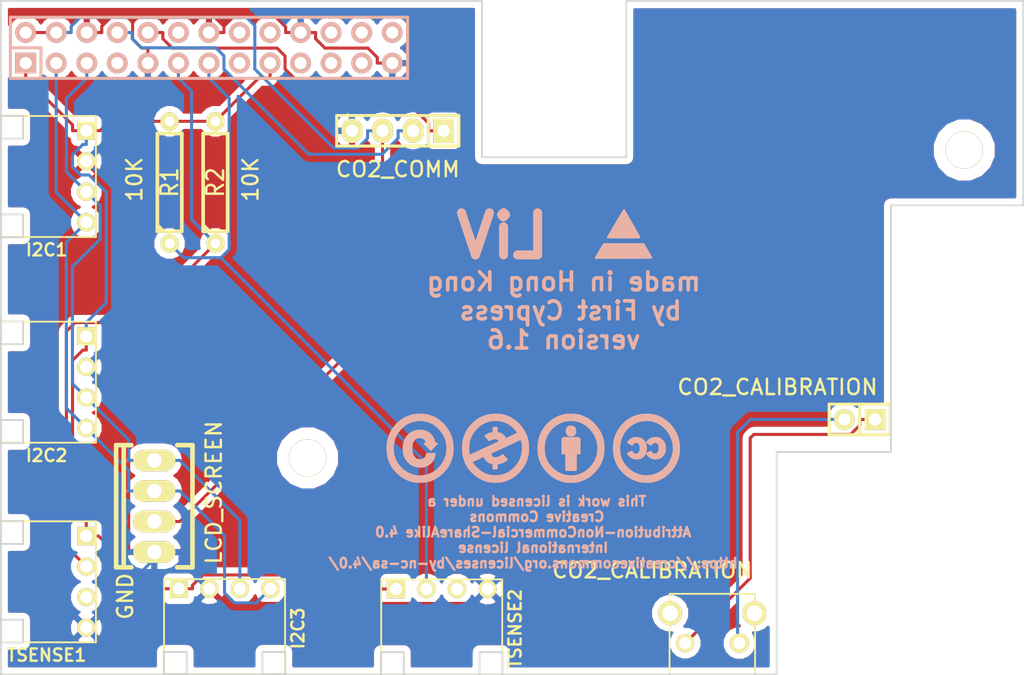
<source format=kicad_pcb>
(kicad_pcb (version 4) (host pcbnew "(2014-09-10 BZR 5127)-product")
  (layers (0 F.Cu signal hide) (31 B.Cu signal hide) (34 B.Paste user) (35 F.Paste user) (36 B.SilkS user) (37 F.SilkS user) (38 B.Mask user) (39 F.Mask user) (44 Edge.Cuts user))
  (net 0 "")
  (net 1 /GPIO_10)
  (net 2 /GPIO_11)
  (net 3 /GPIO_14)
  (net 4 /GPIO_15)
  (net 5 /GPIO_17)
  (net 6 /GPIO_18)
  (net 7 /GPIO_2)
  (net 8 /GPIO_22)
  (net 9 /GPIO_23)
  (net 10 /GPIO_24)
  (net 11 /GPIO_25)
  (net 12 /GPIO_27)
  (net 13 /GPIO_3)
  (net 14 /GPIO_4)
  (net 15 /GPIO_7)
  (net 16 /GPIO_8)
  (net 17 /GPIO_9)
  (net 18 +3.3V)
  (net 19 +5V)
  (net 20 GND)
  (net 21 "Net-(P4-Pad1)")
  (net 22 "Net-(P4-Pad2)")
  (net 23 "Net-(P8-Pad3)")
  (net 24 "Net-(P9-Pad3)")
  (module Discret:R4 (layer F.Cu) (at 186.184 139.442 90)
    (fp_text reference R2 (at 0 0 90) (layer F.SilkS) (effects (font (size 1.397 1.27) (thickness 0.2032))))
    (fp_text value 10k hide)
    (pad 1 thru_hole circle (at -5.08 0 90) (size 1.524 1.524) (drill 0.8128) (layers *.Cu *.Mask F.SilkS) (net 5 /GPIO_17))
    (pad 2 thru_hole circle (at 5.08 0 90) (size 1.524 1.524) (drill 0.8128) (layers *.Cu *.Mask F.SilkS) (net 18 +3.3V))
  )
  (module toolbox:CONNECTOR_MOLEX_4PIN_RIGHT_ANGLE (layer F.Cu) (at 175.45 156.05 90)
    (fp_text reference P7 hide)
    (fp_text value I2C2 (at -6.1 -3.3 180) (layer F.SilkS) (effects (font (size 1.016 1.016) (thickness 0.2032))))
    (fp_line (start 3.15 -7.1) (end 3.15 -5.25) (layer Edge.Cuts) (width 0.15))
    (fp_line (start 3.15 -5.25) (end 5.05 -5.25) (layer Edge.Cuts) (width 0.15))
    (fp_line (start 5.05 -5.25) (end 5.05 -7.1) (layer Edge.Cuts) (width 0.15))
    (fp_line (start 5.05 -7.1) (end 3.15 -7.1) (layer Edge.Cuts) (width 0.15))
    (fp_line (start -5.05 -7.1) (end -3.15 -7.1) (layer Edge.Cuts) (width 0.15))
    (fp_line (start -3.15 -7.1) (end -3.15 -5.25) (layer Edge.Cuts) (width 0.15))
    (fp_line (start -3.15 -5.25) (end -5.05 -5.25) (layer Edge.Cuts) (width 0.15))
    (fp_line (start -5.05 -5.25) (end -5.05 -7.1) (layer Edge.Cuts) (width 0.15))
    (pad 4 thru_hole circle (at -3.81 0 90) (size 1.524 1.524) (drill 1.016) (layers *.Cu *.Mask F.SilkS) (net 7 /GPIO_2))
    (pad 3 thru_hole circle (at -1.27 0 90) (size 1.524 1.524) (drill 1.016) (layers *.Cu *.Mask F.SilkS) (net 13 /GPIO_3))
    (pad 2 thru_hole circle (at 1.27 0 90) (size 1.524 1.524) (drill 1.016) (layers *.Cu *.Mask F.SilkS) (net 20 GND))
    (pad 1 thru_hole rect (at 3.81 0 90) (size 1.524 1.524) (drill 1.016) (layers *.Cu *.Mask F.SilkS) (net 18 +3.3V))
  )
  (module CONNECTOR_MOLEX_4PIN_RIGHT_ANGLE (layer F.Cu) (at 175.45 172.65 90)
    (fp_text reference P9 hide)
    (fp_text value TSENSE1 (at -6.1 -3.3 180) (layer F.SilkS) (effects (font (size 1.016 1.016) (thickness 0.2032))))
    (fp_line (start 3.15 -7.1) (end 3.15 -5.25) (layer Edge.Cuts) (width 0.15))
    (fp_line (start 3.15 -5.25) (end 5.05 -5.25) (layer Edge.Cuts) (width 0.15))
    (fp_line (start 5.05 -5.25) (end 5.05 -7.1) (layer Edge.Cuts) (width 0.15))
    (fp_line (start 5.05 -7.1) (end 3.15 -7.1) (layer Edge.Cuts) (width 0.15))
    (fp_line (start -5.05 -7.1) (end -3.15 -7.1) (layer Edge.Cuts) (width 0.15))
    (fp_line (start -3.15 -7.1) (end -3.15 -5.25) (layer Edge.Cuts) (width 0.15))
    (fp_line (start -3.15 -5.25) (end -5.05 -5.25) (layer Edge.Cuts) (width 0.15))
    (fp_line (start -5.05 -5.25) (end -5.05 -7.1) (layer Edge.Cuts) (width 0.15))
    (pad 4 thru_hole circle (at -3.81 0 90) (size 1.524 1.524) (drill 1.016) (layers *.Cu *.Mask F.SilkS) (net 20 GND))
    (pad 3 thru_hole circle (at -1.27 0 90) (size 1.524 1.524) (drill 1.016) (layers *.Cu *.Mask F.SilkS) (net 24 "Net-(P9-Pad3)"))
    (pad 2 thru_hole circle (at 1.27 0 90) (size 1.524 1.524) (drill 1.016) (layers *.Cu *.Mask F.SilkS) (net 5 /GPIO_17))
    (pad 1 thru_hole rect (at 3.81 0 90) (size 1.524 1.524) (drill 1.016) (layers *.Cu *.Mask F.SilkS) (net 18 +3.3V))
  )
  (module Sockets_MOLEX_KK-System:Socket_MOLEX-KK-RM2-54mm_Lock_4pin_straight (layer F.Cu) (at 181.104 166.366 90)
    (fp_text reference P3 hide)
    (fp_text value LCD_SCREEN (at 1.143 4.953 90) (layer F.SilkS) (effects (font (size 1.27 1.27) (thickness 0.2032))))
    (pad 1 thru_hole oval (at -3.81 0 90) (size 1.80086 3.50012) (drill 1.19888) (layers *.Cu *.Mask F.SilkS) (net 20 GND))
    (pad 2 thru_hole oval (at -1.27 0 90) (size 1.80086 3.50012) (drill 1.19888) (layers *.Cu *.Mask F.SilkS) (net 19 +5V))
    (pad 3 thru_hole oval (at 1.27 0 90) (size 1.80086 3.50012) (drill 1.19888) (layers *.Cu *.Mask F.SilkS) (net 7 /GPIO_2))
    (pad 4 thru_hole oval (at 3.81 0 90) (size 1.80086 3.50012) (drill 1.19888) (layers *.Cu *.Mask F.SilkS) (net 13 /GPIO_3))
  )
  (module Socket_Strips:Socket_Strip_Straight_2x13 (layer B.Cu) (at 185.65 128.25 180)
    (fp_text reference P1 hide)
    (fp_text value CONN_13X2 hide)
    (pad 1 thru_hole rect (at 15.24 -1.27) (size 1.7272 1.7272) (drill 1.016) (layers *.Cu *.Mask B.SilkS) (net 18 +3.3V))
    (pad 2 thru_hole oval (at 15.24 1.27) (size 1.7272 1.7272) (drill 1.016) (layers *.Cu *.Mask B.SilkS) (net 19 +5V))
    (pad 3 thru_hole oval (at 12.7 -1.27) (size 1.7272 1.7272) (drill 1.016) (layers *.Cu *.Mask B.SilkS) (net 7 /GPIO_2))
    (pad 4 thru_hole oval (at 12.7 1.27) (size 1.7272 1.7272) (drill 1.016) (layers *.Cu *.Mask B.SilkS) (net 19 +5V))
    (pad 5 thru_hole oval (at 10.16 -1.27) (size 1.7272 1.7272) (drill 1.016) (layers *.Cu *.Mask B.SilkS) (net 13 /GPIO_3))
    (pad 6 thru_hole oval (at 10.16 1.27) (size 1.7272 1.7272) (drill 1.016) (layers *.Cu *.Mask B.SilkS) (net 20 GND))
    (pad 7 thru_hole oval (at 7.62 -1.27) (size 1.7272 1.7272) (drill 1.016) (layers *.Cu *.Mask B.SilkS) (net 14 /GPIO_4))
    (pad 8 thru_hole oval (at 7.62 1.27) (size 1.7272 1.7272) (drill 1.016) (layers *.Cu *.Mask B.SilkS) (net 3 /GPIO_14))
    (pad 9 thru_hole oval (at 5.08 -1.27) (size 1.7272 1.7272) (drill 1.016) (layers *.Cu *.Mask B.SilkS) (net 20 GND))
    (pad 10 thru_hole oval (at 5.08 1.27) (size 1.7272 1.7272) (drill 1.016) (layers *.Cu *.Mask B.SilkS) (net 4 /GPIO_15))
    (pad 11 thru_hole oval (at 2.54 -1.27) (size 1.7272 1.7272) (drill 1.016) (layers *.Cu *.Mask B.SilkS) (net 5 /GPIO_17))
    (pad 12 thru_hole oval (at 2.54 1.27) (size 1.7272 1.7272) (drill 1.016) (layers *.Cu *.Mask B.SilkS) (net 6 /GPIO_18))
    (pad 13 thru_hole oval (at 0 -1.27) (size 1.7272 1.7272) (drill 1.016) (layers *.Cu *.Mask B.SilkS) (net 12 /GPIO_27))
    (pad 14 thru_hole oval (at 0 1.27) (size 1.7272 1.7272) (drill 1.016) (layers *.Cu *.Mask B.SilkS) (net 20 GND))
    (pad 15 thru_hole oval (at -2.54 -1.27) (size 1.7272 1.7272) (drill 1.016) (layers *.Cu *.Mask B.SilkS) (net 8 /GPIO_22))
    (pad 16 thru_hole oval (at -2.54 1.27) (size 1.7272 1.7272) (drill 1.016) (layers *.Cu *.Mask B.SilkS) (net 9 /GPIO_23))
    (pad 17 thru_hole oval (at -5.08 -1.27) (size 1.7272 1.7272) (drill 1.016) (layers *.Cu *.Mask B.SilkS) (net 18 +3.3V))
    (pad 18 thru_hole oval (at -5.08 1.27) (size 1.7272 1.7272) (drill 1.016) (layers *.Cu *.Mask B.SilkS) (net 10 /GPIO_24))
    (pad 19 thru_hole oval (at -7.62 -1.27) (size 1.7272 1.7272) (drill 1.016) (layers *.Cu *.Mask B.SilkS) (net 1 /GPIO_10))
    (pad 20 thru_hole oval (at -7.62 1.27) (size 1.7272 1.7272) (drill 1.016) (layers *.Cu *.Mask B.SilkS) (net 20 GND))
    (pad 21 thru_hole oval (at -10.16 -1.27) (size 1.7272 1.7272) (drill 1.016) (layers *.Cu *.Mask B.SilkS) (net 17 /GPIO_9))
    (pad 22 thru_hole oval (at -10.16 1.27) (size 1.7272 1.7272) (drill 1.016) (layers *.Cu *.Mask B.SilkS) (net 11 /GPIO_25))
    (pad 23 thru_hole oval (at -12.7 -1.27) (size 1.7272 1.7272) (drill 1.016) (layers *.Cu *.Mask B.SilkS) (net 2 /GPIO_11))
    (pad 24 thru_hole oval (at -12.7 1.27) (size 1.7272 1.7272) (drill 1.016) (layers *.Cu *.Mask B.SilkS) (net 16 /GPIO_8))
    (pad 25 thru_hole oval (at -15.24 -1.27) (size 1.7272 1.7272) (drill 1.016) (layers *.Cu *.Mask B.SilkS) (net 20 GND))
    (pad 26 thru_hole oval (at -15.24 1.27) (size 1.7272 1.7272) (drill 1.016) (layers *.Cu *.Mask B.SilkS) (net 15 /GPIO_7))
  )
  (module Socket_Strips:Socket_Strip_Straight_2x01 (layer F.Cu) (at 239.75 159.15 90)
    (fp_text reference P4 hide)
    (fp_text value CO2_CALIBRATION (at 2.69 -6.83 180) (layer F.SilkS) (effects (font (size 1.27 1.27) (thickness 0.2032))))
    (pad 1 thru_hole rect (at 0 1.27 90) (size 1.7272 1.7272) (drill 1.016) (layers *.Cu *.Mask F.SilkS) (net 21 "Net-(P4-Pad1)"))
    (pad 2 thru_hole oval (at 0 -1.27 90) (size 1.7272 1.7272) (drill 1.016) (layers *.Cu *.Mask F.SilkS) (net 22 "Net-(P4-Pad2)"))
  )
  (module Socket_Strips:Socket_Strip_Straight_1x04 (layer F.Cu) (at 201.35 135.15)
    (fp_text reference P5 hide)
    (fp_text value CO2_COMM (at 0 3.2) (layer F.SilkS) (effects (font (size 1.27 1.27) (thickness 0.2032))))
    (pad 1 thru_hole rect (at 3.81 0 180) (size 1.7272 2.032) (drill 1.016) (layers *.Cu *.Mask F.SilkS) (net 4 /GPIO_15))
    (pad 2 thru_hole oval (at 1.27 0 180) (size 1.7272 2.032) (drill 1.016) (layers *.Cu *.Mask F.SilkS) (net 3 /GPIO_14))
    (pad 3 thru_hole oval (at -1.27 0 180) (size 1.7272 2.032) (drill 1.016) (layers *.Cu *.Mask F.SilkS) (net 19 +5V))
    (pad 4 thru_hole oval (at -3.81 0 180) (size 1.7272 2.032) (drill 1.016) (layers *.Cu *.Mask F.SilkS) (net 20 GND))
  )
  (module toolbox:SWITCH_TACT_RIGHT_ANGLE (layer F.Cu) (at 227.5 177.75 180)
    (fp_text reference SW1 hide)
    (fp_text value CO2_CALIBRATION (at 4.994 6.05 180) (layer F.SilkS) (effects (font (size 1.27 1.27) (thickness 0.2032))))
    (pad 1 thru_hole circle (at -2.25 0 180) (size 1.6 1.6) (drill 1) (layers *.Cu *.Mask F.SilkS) (net 22 "Net-(P4-Pad2)"))
    (pad 2 thru_hole circle (at 2.25 0 180) (size 1.524 1.524) (drill 1) (layers *.Cu *.Mask F.SilkS) (net 21 "Net-(P4-Pad1)"))
    (pad "" np_thru_hole circle (at -3.505 2.49 180) (size 2 2) (drill 1.3) (layers *.Cu *.Mask F.SilkS))
    (pad "" np_thru_hole circle (at 3.505 2.49 180) (size 2 2) (drill 1.3) (layers *.Cu *.Mask F.SilkS))
  )
  (module Discret:R4 (layer F.Cu) (at 182.374 139.442 90)
    (fp_text reference R1 (at 0 0 90) (layer F.SilkS) (effects (font (size 1.397 1.27) (thickness 0.2032))))
    (fp_text value 10k hide)
    (pad 1 thru_hole circle (at -5.08 0 90) (size 1.524 1.524) (drill 0.8128) (layers *.Cu *.Mask F.SilkS) (net 12 /GPIO_27))
    (pad 2 thru_hole circle (at 5.08 0 90) (size 1.524 1.524) (drill 0.8128) (layers *.Cu *.Mask F.SilkS) (net 18 +3.3V))
  )
  (module toolbox:CONNECTOR_MOLEX_4PIN_RIGHT_ANGLE (layer F.Cu) (at 205 173.25 180)
    (fp_text reference P8 hide)
    (fp_text value TSENSE2 (at -6.1 -3.3 270) (layer F.SilkS) (effects (font (size 1.016 1.016) (thickness 0.2032))))
    (fp_line (start 3.15 -7.1) (end 3.15 -5.25) (layer Edge.Cuts) (width 0.15))
    (fp_line (start 3.15 -5.25) (end 5.05 -5.25) (layer Edge.Cuts) (width 0.15))
    (fp_line (start 5.05 -5.25) (end 5.05 -7.1) (layer Edge.Cuts) (width 0.15))
    (fp_line (start 5.05 -7.1) (end 3.15 -7.1) (layer Edge.Cuts) (width 0.15))
    (fp_line (start -5.05 -7.1) (end -3.15 -7.1) (layer Edge.Cuts) (width 0.15))
    (fp_line (start -3.15 -7.1) (end -3.15 -5.25) (layer Edge.Cuts) (width 0.15))
    (fp_line (start -3.15 -5.25) (end -5.05 -5.25) (layer Edge.Cuts) (width 0.15))
    (fp_line (start -5.05 -5.25) (end -5.05 -7.1) (layer Edge.Cuts) (width 0.15))
    (pad 4 thru_hole circle (at -3.81 0 180) (size 1.524 1.524) (drill 1.016) (layers *.Cu *.Mask F.SilkS) (net 20 GND))
    (pad 3 thru_hole circle (at -1.27 0 180) (size 1.524 1.524) (drill 1.016) (layers *.Cu *.Mask F.SilkS) (net 23 "Net-(P8-Pad3)"))
    (pad 2 thru_hole circle (at 1.27 0 180) (size 1.524 1.524) (drill 1.016) (layers *.Cu *.Mask F.SilkS) (net 12 /GPIO_27))
    (pad 1 thru_hole rect (at 3.81 0 180) (size 1.524 1.524) (drill 1.016) (layers *.Cu *.Mask F.SilkS) (net 18 +3.3V))
  )
  (module toolbox:CONNECTOR_MOLEX_4PIN_RIGHT_ANGLE (layer F.Cu) (at 175.45 138.95 90)
    (fp_text reference P6 hide)
    (fp_text value I2C1 (at -6.1 -3.3 180) (layer F.SilkS) (effects (font (size 1.016 1.016) (thickness 0.2032))))
    (fp_line (start 3.15 -7.1) (end 3.15 -5.25) (layer Edge.Cuts) (width 0.15))
    (fp_line (start 3.15 -5.25) (end 5.05 -5.25) (layer Edge.Cuts) (width 0.15))
    (fp_line (start 5.05 -5.25) (end 5.05 -7.1) (layer Edge.Cuts) (width 0.15))
    (fp_line (start 5.05 -7.1) (end 3.15 -7.1) (layer Edge.Cuts) (width 0.15))
    (fp_line (start -5.05 -7.1) (end -3.15 -7.1) (layer Edge.Cuts) (width 0.15))
    (fp_line (start -3.15 -7.1) (end -3.15 -5.25) (layer Edge.Cuts) (width 0.15))
    (fp_line (start -3.15 -5.25) (end -5.05 -5.25) (layer Edge.Cuts) (width 0.15))
    (fp_line (start -5.05 -5.25) (end -5.05 -7.1) (layer Edge.Cuts) (width 0.15))
    (pad 4 thru_hole circle (at -3.81 0 90) (size 1.524 1.524) (drill 1.016) (layers *.Cu *.Mask F.SilkS) (net 7 /GPIO_2))
    (pad 3 thru_hole circle (at -1.27 0 90) (size 1.524 1.524) (drill 1.016) (layers *.Cu *.Mask F.SilkS) (net 13 /GPIO_3))
    (pad 2 thru_hole circle (at 1.27 0 90) (size 1.524 1.524) (drill 1.016) (layers *.Cu *.Mask F.SilkS) (net 20 GND))
    (pad 1 thru_hole rect (at 3.81 0 90) (size 1.524 1.524) (drill 1.016) (layers *.Cu *.Mask F.SilkS) (net 18 +3.3V))
  )
  (module toolbox:CONNECTOR_MOLEX_4PIN_RIGHT_ANGLE (layer F.Cu) (at 186.946 173.224 180)
    (fp_text reference P10 hide)
    (fp_text value I2C3 (at -6.1 -3.3 270) (layer F.SilkS) (effects (font (size 1.016 1.016) (thickness 0.2032))))
    (fp_line (start 3.15 -7.1) (end 3.15 -5.25) (layer Edge.Cuts) (width 0.15))
    (fp_line (start 3.15 -5.25) (end 5.05 -5.25) (layer Edge.Cuts) (width 0.15))
    (fp_line (start 5.05 -5.25) (end 5.05 -7.1) (layer Edge.Cuts) (width 0.15))
    (fp_line (start 5.05 -7.1) (end 3.15 -7.1) (layer Edge.Cuts) (width 0.15))
    (fp_line (start -5.05 -7.1) (end -3.15 -7.1) (layer Edge.Cuts) (width 0.15))
    (fp_line (start -3.15 -7.1) (end -3.15 -5.25) (layer Edge.Cuts) (width 0.15))
    (fp_line (start -3.15 -5.25) (end -5.05 -5.25) (layer Edge.Cuts) (width 0.15))
    (fp_line (start -5.05 -5.25) (end -5.05 -7.1) (layer Edge.Cuts) (width 0.15))
    (pad 4 thru_hole circle (at -3.81 0 180) (size 1.524 1.524) (drill 1.016) (layers *.Cu *.Mask F.SilkS) (net 7 /GPIO_2))
    (pad 3 thru_hole circle (at -1.27 0 180) (size 1.524 1.524) (drill 1.016) (layers *.Cu *.Mask F.SilkS) (net 13 /GPIO_3))
    (pad 2 thru_hole circle (at 1.27 0 180) (size 1.524 1.524) (drill 1.016) (layers *.Cu *.Mask F.SilkS) (net 20 GND))
    (pad 1 thru_hole rect (at 3.81 0 180) (size 1.524 1.524) (drill 1.016) (layers *.Cu *.Mask F.SilkS) (net 18 +3.3V))
  )
  (module toolbox:1pin (layer F.Cu) (at 248.45 136.75)
    (fp_text reference pad1 (at 0 0) (layer F.SilkS) (effects (font (size 0.127 0.127) (thickness 0.00012))))
    (fp_text value "" (at 0 0) (layer F.SilkS) (effects (font (size 0.0004 0.0004) (thickness 0.00012))))
    (pad "" np_thru_hole circle (at 0 0) (size 3.1 3.1) (drill 3.048) (layers *.Cu *.Mask F.SilkS))
  )
  (module toolbox:1pin (layer F.Cu) (at 193.85 162.35)
    (fp_text reference pad_2 (at 0 0) (layer F.SilkS) (effects (font (size 0.127 0.127) (thickness 0.00012))))
    (fp_text value "" (at 0 0) (layer F.SilkS) (effects (font (size 0.0004 0.0004) (thickness 0.00012))))
    (pad "" np_thru_hole circle (at 0 0) (size 3.1 3.1) (drill 3.048) (layers *.Cu *.Mask F.SilkS))
  )
  (module toolbox:cc_by_nc_sa_logo_only (layer B.Cu) (at 212.6 161.54)
    (fp_text reference cc_by_nc_sa_logo_only hide)
    (fp_text value LOGO hide)
  )
  (module toolbox:LiV_cone_logo (layer B.Cu) (at 220.093 143.633)
    (fp_text reference G*** hide)
    (fp_text value LOGO hide)
  )
  (gr_text 10K (at 179.453 139.188 90) (layer F.SilkS) (effects (font (size 1.27 1.27) (thickness 0.2032))))
  (gr_text 10K (at 189.105 139.188 90) (layer F.SilkS) (effects (font (size 1.27 1.27) (thickness 0.2032))))
  (gr_text GND (at 178.691 173.859 90) (layer F.SilkS) (effects (font (size 1.27 1.27) (thickness 0.2032))))
  (gr_text "made in Hong Kong\nby First Cypress \nversion 1.6" (at 215.14 150.11) (layer B.SilkS) (effects (font (size 1.5 1.5) (thickness 0.3)) (justify mirror)))
  (gr_text LiV (at 210.06 143.887) (layer B.SilkS) (effects (font (size 3.5 3.5) (thickness 0.75)) (justify mirror)))
  (gr_text "This work is licensed under a \nCreative Commons \nAttribution-NonCommercial-ShareAlike 4.0\nInternational license\nhttps://creativecommons.org/licenses/by-nc-sa/4.0/" (at 212.6 168.525) (layer B.SilkS) (effects (font (size 0.8 0.8) (thickness 0.2)) (justify mirror)))
  (gr_line (start 232.85 161.85) (end 232.85 180.35) (angle 90) (layer Edge.Cuts) (width 0.15))
  (gr_line (start 242.35 161.85) (end 232.85 161.85) (angle 90) (layer Edge.Cuts) (width 0.15))
  (gr_line (start 242.35 141.35) (end 242.35 161.85) (angle 90) (layer Edge.Cuts) (width 0.15))
  (gr_line (start 253.35 141.35) (end 242.35 141.35) (angle 90) (layer Edge.Cuts) (width 0.15))
  (gr_line (start 220.35 137.35) (end 220.35 124.35) (angle 90) (layer Edge.Cuts) (width 0.15))
  (gr_line (start 208.35 137.35) (end 220.35 137.35) (angle 90) (layer Edge.Cuts) (width 0.15))
  (gr_line (start 208.35 124.35) (end 208.35 137.35) (angle 90) (layer Edge.Cuts) (width 0.15))
  (gr_line (start 220.35 124.35) (end 253.35 124.35) (angle 90) (layer Edge.Cuts) (width 0.15))
  (gr_line (start 168.35 124.35) (end 208.35 124.35) (angle 90) (layer Edge.Cuts) (width 0.15))
  (gr_line (start 253.35 124.35) (end 253.35 141.35) (angle 90) (layer Edge.Cuts) (width 0.15))
  (gr_line (start 232.85 180.35) (end 168.35 180.35) (angle 90) (layer Edge.Cuts) (width 0.15))
  (gr_line (start 168.35 124.35) (end 168.35 180.35) (angle 90) (layer Edge.Cuts) (width 0.15))
  (segment (start 179.2749 126.98) (end 179.2749 127.4958) (width 0.254) (layer B.Cu) (net 3))
  (segment (start 179.2749 127.4958) (end 180.0291 128.25) (width 0.254) (layer B.Cu) (net 3))
  (segment (start 180.0291 128.25) (end 186.2253 128.25) (width 0.254) (layer B.Cu) (net 3))
  (segment (start 186.2253 128.25) (end 186.895 128.9197) (width 0.254) (layer B.Cu) (net 3))
  (segment (start 186.895 128.9197) (end 186.895 130.036) (width 0.254) (layer B.Cu) (net 3))
  (segment (start 186.895 130.036) (end 193.9603 137.1013) (width 0.254) (layer B.Cu) (net 3))
  (segment (start 193.9603 137.1013) (end 200.0462 137.1013) (width 0.254) (layer B.Cu) (net 3))
  (segment (start 200.0462 137.1013) (end 201.3751 135.7724) (width 0.254) (layer B.Cu) (net 3))
  (segment (start 201.3751 135.7724) (end 201.3751 135.15) (width 0.254) (layer B.Cu) (net 3))
  (segment (start 178.03 126.98) (end 179.2749 126.98) (width 0.254) (layer B.Cu) (net 3))
  (segment (start 202.62 135.15) (end 201.3751 135.15) (width 0.254) (layer B.Cu) (net 3))
  (segment (start 180.57 126.98) (end 181.8149 126.98) (width 0.254) (layer F.Cu) (net 4))
  (segment (start 205.16 135.15) (end 203.9151 135.15) (width 0.254) (layer F.Cu) (net 4))
  (segment (start 203.9151 135.15) (end 203.9151 134.5276) (width 0.254) (layer F.Cu) (net 4))
  (segment (start 203.9151 134.5276) (end 201.8632 132.4757) (width 0.254) (layer F.Cu) (net 4))
  (segment (start 201.8632 132.4757) (end 194.4406 132.4757) (width 0.254) (layer F.Cu) (net 4))
  (segment (start 194.4406 132.4757) (end 191.975 130.0101) (width 0.254) (layer F.Cu) (net 4))
  (segment (start 191.975 130.0101) (end 191.975 128.9368) (width 0.254) (layer F.Cu) (net 4))
  (segment (start 191.975 128.9368) (end 191.3132 128.275) (width 0.254) (layer F.Cu) (net 4))
  (segment (start 191.3132 128.275) (end 182.5941 128.275) (width 0.254) (layer F.Cu) (net 4))
  (segment (start 182.5941 128.275) (end 181.8149 127.4958) (width 0.254) (layer F.Cu) (net 4))
  (segment (start 181.8149 127.4958) (end 181.8149 126.98) (width 0.254) (layer F.Cu) (net 4))
  (segment (start 186.184 144.522) (end 179.6095 151.0965) (width 0.254) (layer F.Cu) (net 5))
  (segment (start 179.6095 151.0965) (end 174.5247 151.0965) (width 0.254) (layer F.Cu) (net 5))
  (segment (start 174.5247 151.0965) (end 173.7983 151.8229) (width 0.254) (layer F.Cu) (net 5))
  (segment (start 173.7983 151.8229) (end 173.7983 169.7283) (width 0.254) (layer F.Cu) (net 5))
  (segment (start 173.7983 169.7283) (end 175.45 171.38) (width 0.254) (layer F.Cu) (net 5))
  (segment (start 183.11 129.52) (end 183.11 130.7649) (width 0.254) (layer B.Cu) (net 5))
  (segment (start 183.11 130.7649) (end 184.2034 131.8583) (width 0.254) (layer B.Cu) (net 5))
  (segment (start 184.2034 131.8583) (end 184.2034 142.5414) (width 0.254) (layer B.Cu) (net 5))
  (segment (start 184.2034 142.5414) (end 186.184 144.522) (width 0.254) (layer B.Cu) (net 5))
  (segment (start 175.45 142.76) (end 173.7894 144.4206) (width 0.254) (layer B.Cu) (net 7))
  (segment (start 173.7894 144.4206) (end 173.7894 158.1994) (width 0.254) (layer B.Cu) (net 7))
  (segment (start 173.7894 158.1994) (end 175.45 159.86) (width 0.254) (layer B.Cu) (net 7))
  (segment (start 172.95 129.52) (end 172.95 140.26) (width 0.254) (layer B.Cu) (net 7))
  (segment (start 172.95 140.26) (end 175.45 142.76) (width 0.254) (layer B.Cu) (net 7))
  (segment (start 181.104 165.096) (end 183.2354 165.096) (width 0.254) (layer B.Cu) (net 7))
  (segment (start 190.756 173.224) (end 189.5816 174.3984) (width 0.254) (layer B.Cu) (net 7))
  (segment (start 189.5816 174.3984) (end 187.7663 174.3984) (width 0.254) (layer B.Cu) (net 7))
  (segment (start 187.7663 174.3984) (end 186.946 173.5781) (width 0.254) (layer B.Cu) (net 7))
  (segment (start 186.946 173.5781) (end 186.946 168.8066) (width 0.254) (layer B.Cu) (net 7))
  (segment (start 186.946 168.8066) (end 183.2354 165.096) (width 0.254) (layer B.Cu) (net 7))
  (segment (start 181.104 165.096) (end 178.9726 165.096) (width 0.254) (layer B.Cu) (net 7))
  (segment (start 178.9726 165.096) (end 178.9726 163.3826) (width 0.254) (layer B.Cu) (net 7))
  (segment (start 178.9726 163.3826) (end 175.45 159.86) (width 0.254) (layer B.Cu) (net 7))
  (segment (start 186.646 145.7014) (end 183.5534 145.7014) (width 0.254) (layer B.Cu) (net 12))
  (segment (start 183.5534 145.7014) (end 182.374 144.522) (width 0.254) (layer B.Cu) (net 12))
  (segment (start 185.65 130.7649) (end 187.3319 132.4468) (width 0.254) (layer B.Cu) (net 12))
  (segment (start 187.3319 132.4468) (end 187.3319 145.0155) (width 0.254) (layer B.Cu) (net 12))
  (segment (start 187.3319 145.0155) (end 186.646 145.7014) (width 0.254) (layer B.Cu) (net 12))
  (segment (start 203.73 173.25) (end 203.73 162.7854) (width 0.254) (layer B.Cu) (net 12))
  (segment (start 203.73 162.7854) (end 186.646 145.7014) (width 0.254) (layer B.Cu) (net 12))
  (segment (start 185.65 129.52) (end 185.65 130.7649) (width 0.254) (layer B.Cu) (net 12))
  (segment (start 175.45 140.22) (end 176.6007 141.3707) (width 0.254) (layer B.Cu) (net 13))
  (segment (start 176.6007 141.3707) (end 176.6007 144.1638) (width 0.254) (layer B.Cu) (net 13))
  (segment (start 176.6007 144.1638) (end 174.2977 146.4668) (width 0.254) (layer B.Cu) (net 13))
  (segment (start 174.2977 146.4668) (end 174.2977 156.1677) (width 0.254) (layer B.Cu) (net 13))
  (segment (start 174.2977 156.1677) (end 175.45 157.32) (width 0.254) (layer B.Cu) (net 13))
  (segment (start 178.9726 162.556) (end 178.9726 160.8426) (width 0.254) (layer B.Cu) (net 13))
  (segment (start 178.9726 160.8426) (end 175.45 157.32) (width 0.254) (layer B.Cu) (net 13))
  (segment (start 175.49 130.7649) (end 173.7961 132.4588) (width 0.254) (layer B.Cu) (net 13))
  (segment (start 173.7961 132.4588) (end 173.7961 138.5661) (width 0.254) (layer B.Cu) (net 13))
  (segment (start 173.7961 138.5661) (end 175.45 140.22) (width 0.254) (layer B.Cu) (net 13))
  (segment (start 181.104 162.556) (end 183.2354 162.556) (width 0.254) (layer B.Cu) (net 13))
  (segment (start 188.216 173.224) (end 188.216 167.5366) (width 0.254) (layer B.Cu) (net 13))
  (segment (start 188.216 167.5366) (end 183.2354 162.556) (width 0.254) (layer B.Cu) (net 13))
  (segment (start 181.104 162.556) (end 178.9726 162.556) (width 0.254) (layer B.Cu) (net 13))
  (segment (start 175.49 129.52) (end 175.49 130.7649) (width 0.254) (layer B.Cu) (net 13))
  (segment (start 175.45 168.84) (end 175.45 167.6967) (width 0.254) (layer F.Cu) (net 18))
  (segment (start 175.45 152.24) (end 175.45 153.3833) (width 0.254) (layer F.Cu) (net 18))
  (segment (start 175.45 153.3833) (end 175.1641 153.3833) (width 0.254) (layer F.Cu) (net 18))
  (segment (start 175.1641 153.3833) (end 174.3067 154.2407) (width 0.254) (layer F.Cu) (net 18))
  (segment (start 174.3067 154.2407) (end 174.3067 166.5534) (width 0.254) (layer F.Cu) (net 18))
  (segment (start 174.3067 166.5534) (end 175.45 167.6967) (width 0.254) (layer F.Cu) (net 18))
  (segment (start 175.45 135.14) (end 176.5933 135.14) (width 0.254) (layer F.Cu) (net 18))
  (segment (start 182.374 134.362) (end 177.3713 134.362) (width 0.254) (layer F.Cu) (net 18))
  (segment (start 177.3713 134.362) (end 176.5933 135.14) (width 0.254) (layer F.Cu) (net 18))
  (segment (start 186.184 134.362) (end 182.374 134.362) (width 0.254) (layer F.Cu) (net 18))
  (segment (start 175.45 152.24) (end 175.45 151.0967) (width 0.254) (layer B.Cu) (net 18))
  (segment (start 175.45 135.14) (end 175.45 136.2833) (width 0.254) (layer B.Cu) (net 18))
  (segment (start 175.45 136.2833) (end 175.1642 136.2833) (width 0.254) (layer B.Cu) (net 18))
  (segment (start 175.1642 136.2833) (end 174.3045 137.143) (width 0.254) (layer B.Cu) (net 18))
  (segment (start 174.3045 137.143) (end 174.3045 138.1535) (width 0.254) (layer B.Cu) (net 18))
  (segment (start 174.3045 138.1535) (end 174.9744 138.8234) (width 0.254) (layer B.Cu) (net 18))
  (segment (start 174.9744 138.8234) (end 175.6792 138.8234) (width 0.254) (layer B.Cu) (net 18))
  (segment (start 175.6792 138.8234) (end 177.109 140.2532) (width 0.254) (layer B.Cu) (net 18))
  (segment (start 177.109 140.2532) (end 177.109 149.4377) (width 0.254) (layer B.Cu) (net 18))
  (segment (start 177.109 149.4377) (end 175.45 151.0967) (width 0.254) (layer B.Cu) (net 18))
  (segment (start 176.4662 168.84) (end 180.8502 173.224) (width 0.254) (layer F.Cu) (net 18))
  (segment (start 180.8502 173.224) (end 183.136 173.224) (width 0.254) (layer F.Cu) (net 18))
  (segment (start 175.45 168.84) (end 176.4662 168.84) (width 0.254) (layer F.Cu) (net 18))
  (segment (start 183.136 173.224) (end 184.2793 173.224) (width 0.254) (layer F.Cu) (net 18))
  (segment (start 201.19 173.25) (end 200.0467 173.25) (width 0.254) (layer F.Cu) (net 18))
  (segment (start 200.0467 173.25) (end 198.8774 172.0807) (width 0.254) (layer F.Cu) (net 18))
  (segment (start 198.8774 172.0807) (end 185.1367 172.0807) (width 0.254) (layer F.Cu) (net 18))
  (segment (start 185.1367 172.0807) (end 184.2793 172.9381) (width 0.254) (layer F.Cu) (net 18))
  (segment (start 184.2793 172.9381) (end 184.2793 173.224) (width 0.254) (layer F.Cu) (net 18))
  (segment (start 174.8784 135.14) (end 175.45 135.14) (width 0.254) (layer F.Cu) (net 18))
  (segment (start 174.8784 135.14) (end 174.3067 135.14) (width 0.254) (layer F.Cu) (net 18))
  (segment (start 170.41 129.52) (end 170.41 130.7649) (width 0.254) (layer F.Cu) (net 18))
  (segment (start 170.41 130.7649) (end 174.3067 134.6616) (width 0.254) (layer F.Cu) (net 18))
  (segment (start 174.3067 134.6616) (end 174.3067 135.14) (width 0.254) (layer F.Cu) (net 18))
  (segment (start 190.73 129.52) (end 190.73 130.7649) (width 0.254) (layer F.Cu) (net 18))
  (segment (start 190.73 130.7649) (end 189.7811 130.7649) (width 0.254) (layer F.Cu) (net 18))
  (segment (start 189.7811 130.7649) (end 186.184 134.362) (width 0.254) (layer F.Cu) (net 18))
  (segment (start 172.95 126.98) (end 174.1949 126.98) (width 0.254) (layer B.Cu) (net 19))
  (segment (start 200.08 135.15) (end 198.8351 135.15) (width 0.254) (layer B.Cu) (net 19))
  (segment (start 198.8351 135.15) (end 198.8351 135.7724) (width 0.254) (layer B.Cu) (net 19))
  (segment (start 198.8351 135.7724) (end 198.0146 136.5929) (width 0.254) (layer B.Cu) (net 19))
  (segment (start 198.0146 136.5929) (end 196.0351 136.5929) (width 0.254) (layer B.Cu) (net 19))
  (segment (start 196.0351 136.5929) (end 189.46 130.0178) (width 0.254) (layer B.Cu) (net 19))
  (segment (start 189.46 130.0178) (end 189.46 126.4042) (width 0.254) (layer B.Cu) (net 19))
  (segment (start 189.46 126.4042) (end 188.7887 125.7329) (width 0.254) (layer B.Cu) (net 19))
  (segment (start 188.7887 125.7329) (end 174.9262 125.7329) (width 0.254) (layer B.Cu) (net 19))
  (segment (start 174.9262 125.7329) (end 174.1949 126.4642) (width 0.254) (layer B.Cu) (net 19))
  (segment (start 174.1949 126.4642) (end 174.1949 126.98) (width 0.254) (layer B.Cu) (net 19))
  (segment (start 181.104 167.636) (end 183.2354 167.636) (width 0.254) (layer F.Cu) (net 19))
  (segment (start 200.08 135.15) (end 200.08 150.7914) (width 0.254) (layer F.Cu) (net 19))
  (segment (start 200.08 150.7914) (end 183.2354 167.636) (width 0.254) (layer F.Cu) (net 19))
  (segment (start 172.95 126.98) (end 170.41 126.98) (width 0.254) (layer F.Cu) (net 19))
  (segment (start 181.104 170.176) (end 178.9726 170.176) (width 0.254) (layer F.Cu) (net 20))
  (segment (start 175.45 154.78) (end 178.9726 158.3026) (width 0.254) (layer F.Cu) (net 20))
  (segment (start 178.9726 158.3026) (end 178.9726 170.176) (width 0.254) (layer F.Cu) (net 20))
  (segment (start 197.54 135.15) (end 197.54 133.7527) (width 0.254) (layer B.Cu) (net 20))
  (segment (start 200.89 129.52) (end 200.89 130.7649) (width 0.254) (layer B.Cu) (net 20))
  (segment (start 197.54 133.7527) (end 197.9022 133.7527) (width 0.254) (layer B.Cu) (net 20))
  (segment (start 197.9022 133.7527) (end 200.89 130.7649) (width 0.254) (layer B.Cu) (net 20))
  (segment (start 181.6755 170.176) (end 175.45 176.4015) (width 0.254) (layer B.Cu) (net 20))
  (segment (start 175.45 176.4015) (end 175.45 176.46) (width 0.254) (layer B.Cu) (net 20))
  (segment (start 181.6755 170.176) (end 183.2354 170.176) (width 0.254) (layer B.Cu) (net 20))
  (segment (start 181.104 170.176) (end 181.6755 170.176) (width 0.254) (layer B.Cu) (net 20))
  (segment (start 185.676 173.224) (end 183.2354 170.7834) (width 0.254) (layer B.Cu) (net 20))
  (segment (start 183.2354 170.7834) (end 183.2354 170.176) (width 0.254) (layer B.Cu) (net 20))
  (segment (start 180.57 129.52) (end 180.57 132.56) (width 0.254) (layer B.Cu) (net 20))
  (segment (start 180.57 132.56) (end 175.45 137.68) (width 0.254) (layer B.Cu) (net 20))
  (segment (start 180.57 129.52) (end 180.57 128.2751) (width 0.254) (layer F.Cu) (net 20))
  (segment (start 179.3 125.722) (end 179.3 127.5209) (width 0.254) (layer F.Cu) (net 20))
  (segment (start 179.3 127.5209) (end 180.0542 128.2751) (width 0.254) (layer F.Cu) (net 20))
  (segment (start 180.0542 128.2751) (end 180.57 128.2751) (width 0.254) (layer F.Cu) (net 20))
  (segment (start 179.3 125.722) (end 177.4771 125.722) (width 0.254) (layer F.Cu) (net 20))
  (segment (start 177.4771 125.722) (end 176.7349 126.4642) (width 0.254) (layer F.Cu) (net 20))
  (segment (start 176.7349 126.4642) (end 176.7349 126.98) (width 0.254) (layer F.Cu) (net 20))
  (segment (start 186.8949 126.4642) (end 186.1527 125.722) (width 0.254) (layer F.Cu) (net 20))
  (segment (start 186.1527 125.722) (end 179.3 125.722) (width 0.254) (layer F.Cu) (net 20))
  (segment (start 175.45 137.68) (end 177.6365 139.8665) (width 0.254) (layer B.Cu) (net 20))
  (segment (start 177.6365 139.8665) (end 177.6365 152.5935) (width 0.254) (layer B.Cu) (net 20))
  (segment (start 177.6365 152.5935) (end 175.45 154.78) (width 0.254) (layer B.Cu) (net 20))
  (segment (start 193.27 126.98) (end 194.5149 126.98) (width 0.254) (layer F.Cu) (net 20))
  (segment (start 200.89 129.52) (end 199.6451 129.52) (width 0.254) (layer F.Cu) (net 20))
  (segment (start 199.6451 129.52) (end 199.6451 129.0531) (width 0.254) (layer F.Cu) (net 20))
  (segment (start 199.6451 129.0531) (end 198.8671 128.2751) (width 0.254) (layer F.Cu) (net 20))
  (segment (start 198.8671 128.2751) (end 195.2942 128.2751) (width 0.254) (layer F.Cu) (net 20))
  (segment (start 195.2942 128.2751) (end 194.5149 127.4958) (width 0.254) (layer F.Cu) (net 20))
  (segment (start 194.5149 127.4958) (end 194.5149 126.98) (width 0.254) (layer F.Cu) (net 20))
  (segment (start 208.81 173.25) (end 207.6089 174.4511) (width 0.254) (layer F.Cu) (net 20))
  (segment (start 207.6089 174.4511) (end 186.9031 174.4511) (width 0.254) (layer F.Cu) (net 20))
  (segment (start 186.9031 174.4511) (end 185.676 173.224) (width 0.254) (layer F.Cu) (net 20))
  (segment (start 186.8949 126.4642) (end 186.8949 126.98) (width 0.254) (layer F.Cu) (net 20))
  (segment (start 192.0251 126.98) (end 192.0251 126.5132) (width 0.254) (layer F.Cu) (net 20))
  (segment (start 192.0251 126.5132) (end 191.2178 125.7059) (width 0.254) (layer F.Cu) (net 20))
  (segment (start 191.2178 125.7059) (end 187.6532 125.7059) (width 0.254) (layer F.Cu) (net 20))
  (segment (start 187.6532 125.7059) (end 186.8949 126.4642) (width 0.254) (layer F.Cu) (net 20))
  (segment (start 175.49 126.98) (end 176.7349 126.98) (width 0.254) (layer F.Cu) (net 20))
  (segment (start 185.65 126.98) (end 186.8949 126.98) (width 0.254) (layer F.Cu) (net 20))
  (segment (start 193.27 126.98) (end 192.0251 126.98) (width 0.254) (layer F.Cu) (net 20))
  (segment (start 241.02 159.15) (end 239.7751 159.15) (width 0.254) (layer F.Cu) (net 21))
  (segment (start 225.25 177.75) (end 230.6523 172.3477) (width 0.254) (layer F.Cu) (net 21))
  (segment (start 230.6523 172.3477) (end 230.6523 160.6943) (width 0.254) (layer F.Cu) (net 21))
  (segment (start 230.6523 160.6943) (end 230.9517 160.3949) (width 0.254) (layer F.Cu) (net 21))
  (segment (start 230.9517 160.3949) (end 238.9971 160.3949) (width 0.254) (layer F.Cu) (net 21))
  (segment (start 238.9971 160.3949) (end 239.7751 159.6169) (width 0.254) (layer F.Cu) (net 21))
  (segment (start 239.7751 159.6169) (end 239.7751 159.15) (width 0.254) (layer F.Cu) (net 21))
  (segment (start 229.75 177.75) (end 229.6032 177.6032) (width 0.254) (layer B.Cu) (net 22))
  (segment (start 229.6032 177.6032) (end 229.6032 160.2208) (width 0.254) (layer B.Cu) (net 22))
  (segment (start 229.6032 160.2208) (end 230.674 159.15) (width 0.254) (layer B.Cu) (net 22))
  (segment (start 230.674 159.15) (end 238.48 159.15) (width 0.254) (layer B.Cu) (net 22))
  (zone (net 20) (net_name GND) (layer F.Cu) (connect_pads (clearance 0.508)) (min_thickness 0.254) (fill yes (arc_segments 16) (thermal_gap 0.508) (thermal_bridge_width 0.508))
    (polygon (pts (xy 252.986 140.966) (xy 242.064 140.966) (xy 242.064 161.54) (xy 232.412 161.54) (xy 232.412 180.082) (xy 168.658 180.082) (xy 168.658 124.71) (xy 208.028 124.71) (xy 208.028 137.664) (xy 220.728 137.664) (xy 220.728 124.964) (xy 252.986 124.964)))
  )
  (zone (net 20) (net_name GND) (layer B.Cu) (connect_pads (clearance 0.508)) (min_thickness 0.254) (fill yes (arc_segments 16) (thermal_gap 0.508) (thermal_bridge_width 0.508))
    (polygon (pts (xy 252.986 140.966) (xy 242.064 140.966) (xy 242.064 161.54) (xy 232.412 161.54) (xy 232.412 180.082) (xy 168.658 180.082) (xy 168.658 124.71) (xy 208.028 124.71) (xy 208.028 137.664) (xy 220.728 137.664) (xy 220.728 124.964) (xy 252.986 124.964)))
  )
)
</source>
